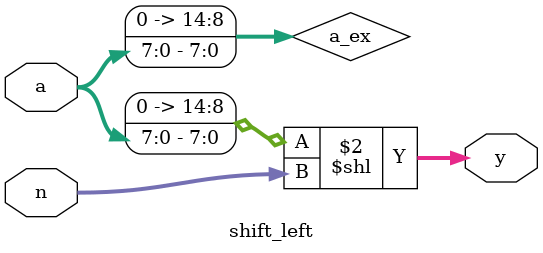
<source format=sv>
module shift_left
#(
  parameter DIW = 8,  // input data width
  parameter SW  = $clog2(DIW),  // shift width
  parameter DOW = 2 * DIW - 1 // output data width
)
(
  input logic [DIW - 1 : 0] a,
  input logic [SW  - 1 : 0] n,
  output logic [DOW - 1 : 0] y
);

 logic [DOW - 1 : 0] a_ex;

 always_comb begin
   a_ex[DOW - 1 : DIW] = '0;
   a_ex[DIW - 1 :   0] = a;
   y = a_ex << n;
 end
endmodule

</source>
